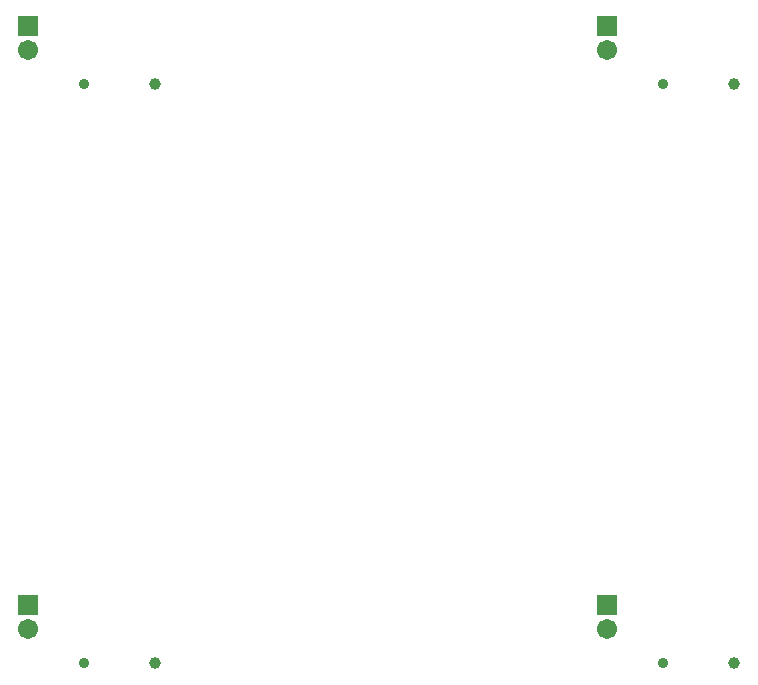
<source format=gbs>
%MOIN*%
%OFA0B0*%
%FSLAX25Y25*%
%IPPOS*%
%LPD*%
%ADD20C,0.035560000534057626*%
%ADD22R,0.067060001007140158X0.067060001007140158*%
%ADD23C,0.067060001007140158*%
%ADD24C,0.039500000593230486*%
%ADD35C,0.035560000534057626*%
%ADD36R,0.067060001007140158X0.067060001007140158*%
%ADD37C,0.067060001007140158*%
%ADD38C,0.039500000593230486*%
%ADD39C,0.035560000534057626*%
%ADD40R,0.067060001007140158X0.067060001007140158*%
%ADD41C,0.067060001007140158*%
%ADD42C,0.039500000593230486*%
%ADD43C,0.035560000534057626*%
%ADD44R,0.067060001007140158X0.067060001007140158*%
%ADD45C,0.067060001007140158*%
%ADD46C,0.039500000593230486*%
G01*
G75*
D20*
X0051181Y0156004D02*
D03*
D22*
X0032479Y0175197D02*
D03*
D23*
X0032479Y0167323D02*
D03*
D24*
X0074902Y0156004D02*
D03*
G04 next file*
G04 Layer_Color=16711935*
G04 skipping 70
G01*
G75*
D35*
X0244094Y0156004D02*
D03*
D36*
X0225393Y0175197D02*
D03*
D37*
X0225393Y0167323D02*
D03*
D38*
X0267815Y0156004D02*
D03*
G04 next file*
G04 Layer_Color=16711935*
G04 skipping 70
G01*
G75*
D39*
X0244094Y0348917D02*
D03*
D40*
X0225393Y0368110D02*
D03*
D41*
X0225393Y0360236D02*
D03*
D42*
X0267815Y0348917D02*
D03*
G04 next file*
G04 Layer_Color=16711935*
G04 skipping 70
G01*
G75*
D43*
X0051181Y0348917D02*
D03*
D44*
X0032479Y0368110D02*
D03*
D45*
X0032479Y0360236D02*
D03*
D46*
X0074902Y0348917D02*
D03*
M02*
</source>
